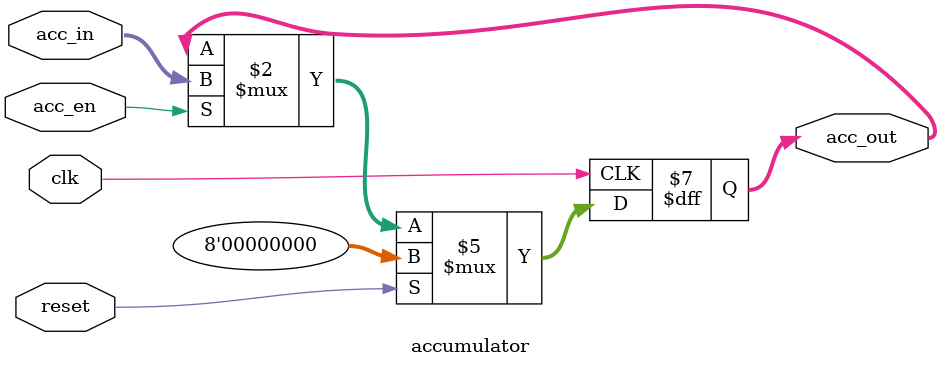
<source format=v>
module accumulator(
    input clk, acc_en, reset,
    input [7:0] acc_in,
    output reg [7:0] acc_out
);

// Accumulator Register
// On rising edge of clk:
// If acc_en is high, then load acc_in into acc_out

always @(posedge clk) begin
    if (reset) acc_out <= 8'd0;
    else if (acc_en) acc_out <= acc_in;
end

endmodule

</source>
